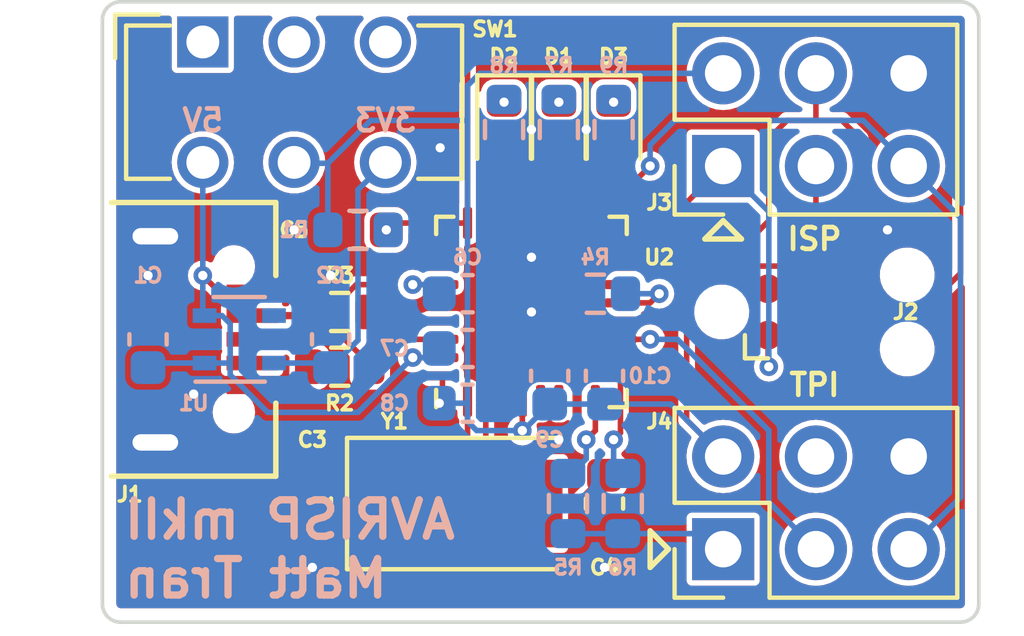
<source format=kicad_pcb>
(kicad_pcb (version 20221018) (generator pcbnew)
  (layers (0 "F.Cu" signal) (31 "B.Cu" signal) (34 "B.Paste" user) (35 "F.Paste" user) (36 "B.SilkS" user "B.Silkscreen") (37 "F.SilkS" user "F.Silkscreen") (38 "B.Mask" user) (39 "F.Mask" user) (44 "Edge.Cuts" user))
  (net 0 "")
  (net 1 "GND")
  (net 2 "+5V")
  (net 3 "+3V3")
  (net 4 "/XTAL1")
  (net 5 "/XTAL2")
  (net 6 "/IF_RST")
  (net 7 "Net-(C6-Pad2)")
  (net 8 "VCC")
  (net 9 "Net-(D1-Pad1)")
  (net 10 "/LED1")
  (net 11 "Net-(D2-Pad1)")
  (net 12 "/LED2")
  (net 13 "Net-(D3-Pad1)")
  (net 14 "/LED3")
  (net 15 "/D-")
  (net 16 "/D+")
  (net 18 "/MISO")
  (net 19 "/SCK")
  (net 20 "/MOSI")
  (net 21 "/T_RST")
  (net 22 "/TPI_DATA")
  (net 23 "/TPI_CLK")
  (net 25 "Net-(R2-Pad2)")
  (net 26 "Net-(R3-Pad2)")
  (net 27 "Net-(R4-Pad1)")
  (net 28 "Net-(R5-Pad1)")
  (net 29 "Net-(R6-Pad1)")
  (footprint "LED_SMD:LED_0603_1608Metric" (layer "F.Cu") (at 152.25 95 -90)
    (fp_text reference "D3" (at -2 0 180) (layer "F.SilkS") (effects (font (size 0.4 0.4) (thickness 0.1))))
    (fp_text value "LED3")
    (fp_line (start -1.485 -0.735) (end -1.485 0.735) (stroke (width 0.12)) (layer "F.SilkS"))
    (fp_line (start -1.485 0.735) (end 0.8 0.735) (stroke (width 0.12)) (layer "F.SilkS"))
    (fp_line (start 0.8 -0.735) (end -1.485 -0.735) (stroke (width 0.12)) (layer "F.SilkS"))
    (pad "1" smd roundrect (at -0.7875 0 270) (size 0.875 0.95) (layers "F.Cu" "F.Paste" "F.Mask") (net 13 "Net-(D3-Pad1)"))
    (pad "2" smd roundrect (at 0.7875 0 270) (size 0.875 0.95) (layers "F.Cu" "F.Paste" "F.Mask") (net 14 "/LED3"))
  )
  (footprint "Connector_PinHeader_2.54mm:PinHeader_2x03_P2.54mm_Vertical" (layer "F.Cu") (at 155.25 96 90)
    (fp_text reference "J3" (at -1 -1.75 180) (layer "F.SilkS") (effects (font (size 0.4 0.4) (thickness 0.1))))
    (fp_text value "T_ISP")
    (fp_line (start -1.33 -1.33) (end 0 -1.33) (stroke (width 0.12)) (layer "F.SilkS"))
    (fp_line (start -1.33 0) (end -1.33 -1.33) (stroke (width 0.12)) (layer "F.SilkS"))
    (fp_line (start -1.33 1.27) (end -1.33 6.41) (stroke (width 0.12)) (layer "F.SilkS"))
    (fp_line (start -1.33 1.27) (end 1.27 1.27) (stroke (width 0.12)) (layer "F.SilkS"))
    (fp_line (start -1.33 6.41) (end 3.87 6.41) (stroke (width 0.12)) (layer "F.SilkS"))
    (fp_line (start 1.27 -1.33) (end 3.87 -1.33) (stroke (width 0.12)) (layer "F.SilkS"))
    (fp_line (start 1.27 1.27) (end 1.27 -1.33) (stroke (width 0.12)) (layer "F.SilkS"))
    (fp_line (start 3.87 -1.33) (end 3.87 6.41) (stroke (width 0.12)) (layer "F.SilkS"))
    (pad "1" thru_hole rect (at 0 0 90) (size 1.7 1.7) (drill 1) (layers "*.Cu" "*.Mask") (net 18 "/MISO"))
    (pad "2" thru_hole oval (at 2.54 0 90) (size 1.7 1.7) (drill 1) (layers "*.Cu" "*.Mask") (net 8 "VCC"))
    (pad "3" thru_hole oval (at 0 2.54 90) (size 1.7 1.7) (drill 1) (layers "*.Cu" "*.Mask") (net 19 "/SCK"))
    (pad "4" thru_hole oval (at 2.54 2.54 90) (size 1.7 1.7) (drill 1) (layers "*.Cu" "*.Mask") (net 20 "/MOSI"))
    (pad "5" thru_hole oval (at 0 5.08 90) (size 1.7 1.7) (drill 1) (layers "*.Cu" "*.Mask") (net 21 "/T_RST"))
    (pad "6" thru_hole oval (at 2.54 5.08 90) (size 1.7 1.7) (drill 1) (layers "*.Cu" "*.Mask") (net 1 "GND"))
  )
  (footprint "extraparts:USB_Micro-B_U254-05" (layer "F.Cu") (at 138.25 100.75 -90)
    (fp_text reference "J1" (at 4.25 -0.75 180) (layer "F.SilkS") (effects (font (size 0.4 0.4) (thickness 0.1))))
    (fp_text value "USB_B_Micro")
    (fp_line (start -3.75 -4.75) (end -3.75 -0.25) (stroke (width 0.15)) (layer "F.SilkS"))
    (fp_line (start -1.75 -4.75) (end -3.75 -4.75) (stroke (width 0.15)) (layer "F.SilkS"))
    (fp_line (start 1.75 -4.75) (end 3.75 -4.75) (stroke (width 0.15)) (layer "F.SilkS"))
    (fp_line (start 3.75 -4.75) (end 3.75 -0.25) (stroke (width 0.15)) (layer "F.SilkS"))
    (pad "" np_thru_hole circle (at -2 -3.6 270) (size 0.65 0.65) (drill 0.65) (layers "*.Cu" "*.Mask"))
    (pad "" np_thru_hole circle (at 2 -3.6 270) (size 0.65 0.65) (drill 0.65) (layers "*.Cu" "*.Mask"))
    (pad "1" smd rect (at -1.3 -4.1 270) (size 0.4 1.4) (layers "F.Cu" "F.Paste" "F.Mask") (net 2 "+5V"))
    (pad "2" smd rect (at -0.65 -4.1 270) (size 0.4 1.4) (layers "F.Cu" "F.Paste" "F.Mask") (net 15 "/D-"))
    (pad "3" smd rect (at 0 -4.1 270) (size 0.4 1.4) (layers "F.Cu" "F.Paste" "F.Mask") (net 16 "/D+"))
    (pad "4" smd rect (at 0.65 -4.1 270) (size 0.4 1.4) (layers "F.Cu" "F.Paste" "F.Mask"))
    (pad "5" smd rect (at 1.3 -4.1 270) (size 0.4 1.4) (layers "F.Cu" "F.Paste" "F.Mask") (net 1 "GND"))
    (pad "6" smd rect (at -3.1 -3.95 270) (size 1 1) (layers "F.Cu" "F.Paste" "F.Mask") (net 1 "GND"))
    (pad "6" thru_hole oval (at -2.825 -1.45 270) (size 1.05 1.85) (drill oval 0.45 1.25) (layers "*.Cu" "*.Mask") (net 1 "GND"))
    (pad "6" thru_hole oval (at 2.825 -1.45 270) (size 1.05 1.85) (drill oval 0.45 1.25) (layers "*.Cu" "*.Mask") (net 1 "GND"))
    (pad "6" smd rect (at 3.1 -3.95 270) (size 1 1) (layers "F.Cu" "F.Paste" "F.Mask") (net 1 "GND"))
  )
  (footprint "Package_DFN_QFN:QFN-32-1EP_5x5mm_P0.5mm_EP3.1x3.1mm" (layer "F.Cu") (at 150 100 90)
    (fp_text reference "U2" (at 1.5 3.5 180) (layer "F.SilkS") (effects (font (size 0.4 0.4) (thickness 0.1))))
    (fp_text value "ATmega16U2-M")
    (fp_line (start -2.61 2.61) (end -2.61 2.135) (stroke (width 0.12)) (layer "F.SilkS"))
    (fp_line (start -2.135 -2.61) (end -2.61 -2.61) (stroke (width 0.12)) (layer "F.SilkS"))
    (fp_line (start -2.135 2.61) (end -2.61 2.61) (stroke (width 0.12)) (layer "F.SilkS"))
    (fp_line (start 2.135 -2.61) (end 2.61 -2.61) (stroke (width 0.12)) (layer "F.SilkS"))
    (fp_line (start 2.135 2.61) (end 2.61 2.61) (stroke (width 0.12)) (layer "F.SilkS"))
    (fp_line (start 2.61 -2.61) (end 2.61 -2.135) (stroke (width 0.12)) (layer "F.SilkS"))
    (fp_line (start 2.61 2.61) (end 2.61 2.135) (stroke (width 0.12)) (layer "F.SilkS"))
    (pad "1" smd roundrect (at -2.4375 -1.75 90) (size 0.875 0.25) (layers "F.Cu" "F.Paste" "F.Mask") (net 4 "/XTAL1"))
    (pad "2" smd roundrect (at -2.4375 -1.25 90) (size 0.875 0.25) (layers "F.Cu" "F.Paste" "F.Mask") (net 5 "/XTAL2"))
    (pad "3" smd roundrect (at -2.4375 -0.75 90) (size 0.875 0.25) (layers "F.Cu" "F.Paste" "F.Mask") (net 1 "GND"))
    (pad "4" smd roundrect (at -2.4375 -0.25 90) (size 0.875 0.25) (layers "F.Cu" "F.Paste" "F.Mask") (net 8 "VCC"))
    (pad "5" smd roundrect (at -2.4375 0.25 90) (size 0.875 0.25) (layers "F.Cu" "F.Paste" "F.Mask"))
    (pad "6" smd roundrect (at -2.4375 0.75 90) (size 0.875 0.25) (layers "F.Cu" "F.Paste" "F.Mask"))
    (pad "7" smd roundrect (at -2.4375 1.25 90) (size 0.875 0.25) (layers "F.Cu" "F.Paste" "F.Mask"))
    (pad "8" smd roundrect (at -2.4375 1.75 90) (size 0.875 0.25) (layers "F.Cu" "F.Paste" "F.Mask") (net 28 "Net-(R5-Pad1)"))
    (pad "9" smd roundrect (at -1.75 2.4375 90) (size 0.25 0.875) (layers "F.Cu" "F.Paste" "F.Mask") (net 29 "Net-(R6-Pad1)"))
    (pad "10" smd roundrect (at -1.25 2.4375 90) (size 0.25 0.875) (layers "F.Cu" "F.Paste" "F.Mask"))
    (pad "11" smd roundrect (at -0.75 2.4375 90) (size 0.25 0.875) (layers "F.Cu" "F.Paste" "F.Mask") (net 23 "/TPI_CLK"))
    (pad "12" smd roundrect (at -0.25 2.4375 90) (size 0.25 0.875) (layers "F.Cu" "F.Paste" "F.Mask"))
    (pad "13" smd roundrect (at 0.25 2.4375 90) (size 0.25 0.875) (layers "F.Cu" "F.Paste" "F.Mask") (net 27 "Net-(R4-Pad1)"))
    (pad "14" smd roundrect (at 0.75 2.4375 90) (size 0.25 0.875) (layers "F.Cu" "F.Paste" "F.Mask"))
    (pad "15" smd roundrect (at 1.25 2.4375 90) (size 0.25 0.875) (layers "F.Cu" "F.Paste" "F.Mask") (net 19 "/SCK"))
    (pad "16" smd roundrect (at 1.75 2.4375 90) (size 0.25 0.875) (layers "F.Cu" "F.Paste" "F.Mask") (net 20 "/MOSI"))
    (pad "17" smd roundrect (at 2.4375 1.75 90) (size 0.875 0.25) (layers "F.Cu" "F.Paste" "F.Mask") (net 18 "/MISO"))
    (pad "18" smd roundrect (at 2.4375 1.25 90) (size 0.875 0.25) (layers "F.Cu" "F.Paste" "F.Mask") (net 21 "/T_RST"))
    (pad "19" smd roundrect (at 2.4375 0.75 90) (size 0.875 0.25) (layers "F.Cu" "F.Paste" "F.Mask") (net 14 "/LED3"))
    (pad "20" smd roundrect (at 2.4375 0.25 90) (size 0.875 0.25) (layers "F.Cu" "F.Paste" "F.Mask") (net 10 "/LED1"))
    (pad "21" smd roundrect (at 2.4375 -0.25 90) (size 0.875 0.25) (layers "F.Cu" "F.Paste" "F.Mask") (net 12 "/LED2"))
    (pad "22" smd roundrect (at 2.4375 -0.75 90) (size 0.875 0.25) (layers "F.Cu" "F.Paste" "F.Mask"))
    (pad "23" smd roundrect (at 2.4375 -1.25 90) (size 0.875 0.25) (layers "F.Cu" "F.Paste" "F.Mask"))
    (pad "24" smd roundrect (at 2.4375 -1.75 90) (size 0.875 0.25) (layers "F.Cu" "F.Paste" "F.Mask") (net 6 "/IF_RST"))
    (pad "25" smd roundrect (at 1.75 -2.4375 90) (size 0.25 0.875) (layers "F.Cu" "F.Paste" "F.Mask"))
    (pad "26" smd roundrect (at 1.25 -2.4375 90) (size 0.25 0.875) (layers "F.Cu" "F.Paste" "F.Mask"))
    (pad "27" smd roundrect (at 0.75 -2.4375 90) (size 0.25 0.875) (layers "F.Cu" "F.Paste" "F.Mask") (net 7 "Net-(C6-Pad2)"))
    (pad "28" smd roundrect (at 0.25 -2.4375 90) (size 0.25 0.875) (layers "F.Cu" "F.Paste" "F.Mask") (net 1 "GND"))
    (pad "29" smd roundrect (at -0.25 -2.4375 90) (size 0.25 0.875) (layers "F.Cu" "F.Paste" "F.Mask") (net 25 "Net-(R2-Pad2)"))
    (pad "30" smd roundrect (at -0.75 -2.4375 90) (size 0.25 0.875) (layers "F.Cu" "F.Paste" "F.Mask") (net 26 "Net-(R3-Pad2)"))
    (pad "31" smd roundrect (at -1.25 -2.4375 90) (size 0.25 0.875) (layers "F.Cu" "F.Paste" "F.Mask") (net 2 "+5V"))
    (pad "32" smd roundrect (at -1.75 -2.4375 90) (size 0.25 0.875) (layers "F.Cu" "F.Paste" "F.Mask") (net 8 "VCC"))
    (pad "33" smd rect (at 0 0 90) (size 3.1 3.1) (layers "F.Cu" "F.Mask") (net 1 "GND"))
  )
  (footprint "Connector:Tag-Connect_TC2030-IDC-NL_2x03_P1.27mm_Vertical" (layer "F.Cu") (at 157.75 100)
    (fp_text reference "J2" (at 2.5 0) (layer "F.SilkS") (effects (font (size 0.4 0.4) (thickness 0.1))))
    (fp_text value "IF_ISP")
    (fp_line (start -1.905 1.27) (end -1.905 0.635) (stroke (width 0.12)) (layer "F.SilkS"))
    (fp_line (start -1.27 1.27) (end -1.905 1.27) (stroke (width 0.12)) (layer "F.SilkS"))
    (pad "" np_thru_hole circle (at -2.54 0) (size 0.9906 0.9906) (drill 0.9906) (layers "*.Cu" "*.Mask"))
    (pad "" np_thru_hole circle (at 2.54 -1.016) (size 0.9906 0.9906) (drill 0.9906) (layers "*.Cu" "*.Mask"))
    (pad "" np_thru_hole circle (at 2.54 1.016) (size 0.9906 0.9906) (drill 0.9906) (layers "*.Cu" "*.Mask"))
    (pad "1" connect circle (at -1.27 0.635) (size 0.7874 0.7874) (layers "F.Cu" "F.Mask") (net 18 "/MISO"))
    (pad "2" connect circle (at -1.27 -0.635) (size 0.7874 0.7874) (layers "F.Cu" "F.Mask") (net 8 "VCC"))
    (pad "3" connect circle (at 0 0.635) (size 0.7874 0.7874) (layers "F.Cu" "F.Mask") (net 19 "/SCK"))
    (pad "4" connect circle (at 0 -0.635) (size 0.7874 0.7874) (layers "F.Cu" "F.Mask") (net 20 "/MOSI"))
    (pad "5" connect circle (at 1.27 0.635) (size 0.7874 0.7874) (layers "F.Cu" "F.Mask") (net 6 "/IF_RST"))
    (pad "6" connect circle (at 1.27 -0.635) (size 0.7874 0.7874) (layers "F.Cu" "F.Mask") (net 1 "GND"))
  )
  (footprint "Capacitor_SMD:C_0603_1608Metric" (layer "F.Cu") (at 144 105.25 90)
    (fp_text reference "C3" (at 1.75 0 180) (layer "F.SilkS") (effects (font (size 0.4 0.4) (thickness 0.1))))
    (fp_text value "20p")
    (fp_line (start -0.14058 -0.51) (end 0.14058 -0.51) (stroke (width 0.12)) (layer "F.SilkS"))
    (fp_line (start -0.14058 0.51) (end 0.14058 0.51) (stroke (width 0.12)) (layer "F.SilkS"))
    (pad "1" smd roundrect (at -0.775 0 90) (size 0.9 0.95) (layers "F.Cu" "F.Paste" "F.Mask") (net 1 "GND"))
    (pad "2" smd roundrect (at 0.775 0 90) (size 0.9 0.95) (layers "F.Cu" "F.Paste" "F.Mask") (net 4 "/XTAL1"))
  )
  (footprint "Connector_PinHeader_2.54mm:PinHeader_2x03_P2.54mm_Vertical" (layer "F.Cu") (at 155.25 106.5 90)
    (fp_text reference "J4" (at 3.5 -1.75 180) (layer "F.SilkS") (effects (font (size 0.4 0.4) (thickness 0.1))))
    (fp_text value "T_TPI")
    (fp_line (start -1.33 -1.33) (end 0 -1.33) (stroke (width 0.12)) (layer "F.SilkS"))
    (fp_line (start -1.33 0) (end -1.33 -1.33) (stroke (width 0.12)) (layer "F.SilkS"))
    (fp_line (start -1.33 1.27) (end -1.33 6.41) (stroke (width 0.12)) (layer "F.SilkS"))
    (fp_line (start -1.33 1.27) (end 1.27 1.27) (stroke (width 0.12)) (layer "F.SilkS"))
    (fp_line (start -1.33 6.41) (end 3.87 6.41) (stroke (width 0.12)) (layer "F.SilkS"))
    (fp_line (start 1.27 -1.33) (end 3.87 -1.33) (stroke (width 0.12)) (layer "F.SilkS"))
    (fp_line (start 1.27 1.27) (end 1.27 -1.33) (stroke (width 0.12)) (layer "F.SilkS"))
    (fp_line (start 3.87 -1.33) (end 3.87 6.41) (stroke (width 0.12)) (layer "F.SilkS"))
    (pad "1" thru_hole rect (at 0 0 90) (size 1.7 1.7) (drill 1) (layers "*.Cu" "*.Mask") (net 22 "/TPI_DATA"))
    (pad "2" thru_hole oval (at 2.54 0 90) (size 1.7 1.7) (drill 1) (layers "*.Cu" "*.Mask") (net 8 "VCC"))
    (pad "3" thru_hole oval (at 0 2.54 90) (size 1.7 1.7) (drill 1) (layers "*.Cu" "*.Mask") (net 23 "/TPI_CLK"))
    (pad "4" thru_hole oval (at 2.54 2.54 90) (size 1.7 1.7) (drill 1) (layers "*.Cu" "*.Mask"))
    (pad "5" thru_hole oval (at 0 5.08 90) (size 1.7 1.7) (drill 1) (layers "*.Cu" "*.Mask") (net 21 "/T_RST"))
    (pad "6" thru_hole oval (at 2.54 5.08 90) (size 1.7 1.7) (drill 1) (layers "*.Cu" "*.Mask") (net 1 "GND"))
  )
  (footprint "Resistor_SMD:R_0603_1608Metric" (layer "F.Cu") (at 144.75 101.5)
    (fp_text reference "R2" (at 0 1) (layer "F.SilkS") (effects (font (size 0.4 0.4) (thickness 0.1))))
    (fp_text value "22")
    (fp_line (start -0.237258 -0.5225) (end 0.237258 -0.5225) (stroke (width 0.12)) (layer "F.SilkS"))
    (fp_line (start -0.237258 0.5225) (end 0.237258 0.5225) (stroke (width 0.12)) (layer "F.SilkS"))
    (pad "1" smd roundrect (at -0.825 0) (size 0.8 0.95) (layers "F.Cu" "F.Paste" "F.Mask") (net 16 "/D+"))
    (pad "2" smd roundrect (at 0.825 0) (size 0.8 0.95) (layers "F.Cu" "F.Paste" "F.Mask") (net 25 "Net-(R2-Pad2)"))
  )
  (footprint "Capacitor_SMD:C_0603_1608Metric" (layer "F.Cu") (at 145.25 97.75)
    (fp_text reference "C5" (at -1.75 0) (layer "F.SilkS") (effects (font (size 0.4 0.4) (thickness 0.1))))
    (fp_text value "100n")
    (fp_line (start -0.14058 -0.51) (end 0.14058 -0.51) (stroke (width 0.12)) (layer "F.SilkS"))
    (fp_line (start -0.14058 0.51) (end 0.14058 0.51) (stroke (width 0.12)) (layer "F.SilkS"))
    (pad "1" smd roundrect (at -0.775 0) (size 0.9 0.95) (layers "F.Cu" "F.Paste" "F.Mask") (net 1 "GND"))
    (pad "2" smd roundrect (at 0.775 0) (size 0.9 0.95) (layers "F.Cu" "F.Paste" "F.Mask") (net 6 "/IF_RST"))
  )
  (footprint "Crystal:Crystal_SMD_5032-2Pin_5.0x3.2mm" (layer "F.Cu") (at 148 105.25)
    (fp_text reference "Y1" (at -1.75 -2.25) (layer "F.SilkS") (effects (font (size 0.4 0.4) (thickness 0.1))))
    (fp_text value "8MHz")
    (fp_line (start -3.05 -1.8) (end -3.05 1.8) (stroke (width 0.12)) (layer "F.SilkS"))
    (fp_line (start -3.05 1.8) (end 2.7 1.8) (stroke (width 0.12)) (layer "F.SilkS"))
    (fp_line (start 2.7 -1.8) (end -3.05 -1.8) (stroke (width 0.12)) (layer "F.SilkS"))
    (pad "1" smd rect (at -1.85 0) (size 2 2.4) (layers "F.Cu" "F.Paste" "F.Mask") (net 4 "/XTAL1"))
    (pad "2" smd rect (at 1.85 0) (size 2 2.4) (layers "F.Cu" "F.Paste" "F.Mask") (net 5 "/XTAL2"))
  )
  (footprint "LED_SMD:LED_0603_1608Metric" (layer "F.Cu") (at 149.25 95 -90)
    (fp_text reference "D2" (at -2 0 180) (layer "F.SilkS") (effects (font (size 0.4 0.4) (thickness 0.1))))
    (fp_text value "LED2")
    (fp_line (start -1.485 -0.735) (end -1.485 0.735) (stroke (width 0.12)) (layer "F.SilkS"))
    (fp_line (start -1.485 0.735) (end 0.8 0.735) (stroke (width 0.12)) (layer "F.SilkS"))
    (fp_line (start 0.8 -0.735) (end -1.485 -0.735) (stroke (width 0.12)) (layer "F.SilkS"))
    (pad "1" smd roundrect (at -0.7875 0 270) (size 0.875 0.95) (layers "F.Cu" "F.Paste" "F.Mask") (net 11 "Net-(D2-Pad1)"))
    (pad "2" smd roundrect (at 0.7875 0 270) (size 0.875 0.95) (layers "F.Cu" "F.Paste" "F.Mask") (net 12 "/LED2"))
  )
  (footprint "LED_SMD:LED_0603_1608Metric" (layer "F.Cu") (at 150.75 95 -90)
    (fp_text reference "D1" (at -2 0 180) (layer "F.SilkS") (effects (font (size 0.4 0.4) (thickness 0.1))))
    (fp_text value "LED1")
    (fp_line (start -1.485 -0.735) (end -1.485 0.735) (stroke (width 0.12)) (layer "F.SilkS"))
    (fp_line (start -1.485 0.735) (end 0.8 0.735) (stroke (width 0.12)) (layer "F.SilkS"))
    (fp_line (start 0.8 -0.735) (end -1.485 -0.735) (stroke (width 0.12)) (layer "F.SilkS"))
    (pad "1" smd roundrect (at -0.7875 0 270) (size 0.875 0.95) (layers "F.Cu" "F.Paste" "F.Mask") (net 9 "Net-(D1-Pad1)"))
    (pad "2" smd roundrect (at 0.7875 0 270) (size 0.875 0.95) (layers "F.Cu" "F.Paste" "F.Mask") (net 10 "/LED1"))
  )
  (footprint "Capacitor_SMD:C_0603_1608Metric" (layer "F.Cu") (at 152 105.25 -90)
    (fp_text reference "C4" (at 1.75 0 180) (layer "F.SilkS") (effects (font (size 0.4 0.4) (thickness 0.1))))
    (fp_text value "20p")
    (fp_line (start -0.14058 -0.51) (end 0.14058 -0.51) (stroke (width 0.12)) (layer "F.SilkS"))
    (fp_line (start -0.14058 0.51) (end 0.14058 0.51) (stroke (width 0.12)) (layer "F.SilkS"))
    (pad "1" smd roundrect (at -0.775 0 270) (size 0.9 0.95) (layers "F.Cu" "F.Paste" "F.Mask") (net 5 "/XTAL2"))
    (pad "2" smd roundrect (at 0.775 0 270) (size 0.9 0.95) (layers "F.Cu" "F.Paste" "F.Mask") (net 1 "GND"))
  )
  (footprint "Resistor_SMD:R_0603_1608Metric" (layer "F.Cu") (at 144.75 100)
    (fp_text reference "R3" (at 0 -1) (layer "F.SilkS") (effects (font (size 0.4 0.4) (thickness 0.1))))
    (fp_text value "22")
    (fp_line (start -0.237258 -0.5225) (end 0.237258 -0.5225) (stroke (width 0.12)) (layer "F.SilkS"))
    (fp_line (start -0.237258 0.5225) (end 0.237258 0.5225) (stroke (width 0.12)) (layer "F.SilkS"))
    (pad "1" smd roundrect (at -0.825 0) (size 0.8 0.95) (layers "F.Cu" "F.Paste" "F.Mask") (net 15 "/D-"))
    (pad "2" smd roundrect (at 0.825 0) (size 0.8 0.95) (layers "F.Cu" "F.Paste" "F.Mask") (net 26 "Net-(R3-Pad2)"))
  )
  (footprint "Button_Switch_THT:SW_CuK_JS202011CQN_DPDT_Straight" (layer "F.Cu") (at 141 92.6)
    (fp_text reference "SW1" (at 8 -0.35) (layer "F.SilkS") (effects (font (size 0.4 0.4) (thickness 0.1))))
    (fp_text value "VTGT")
    (fp_line (start -2.4 -0.75) (end -2.4 0.45) (stroke (width 0.12)) (layer "F.SilkS"))
    (fp_line (start -2.1 -0.45) (end -2.1 3.75) (stroke (width 0.12)) (layer "F.SilkS"))
    (fp_line (start -2.1 3.75) (end -0.9 3.75) (stroke (width 0.12)) (layer "F.SilkS"))
    (fp_line (start -1.2 -0.75) (end -2.4 -0.75) (stroke (width 0.12)) (layer "F.SilkS"))
    (fp_line (start -0.9 -0.45) (end -2.1 -0.45) (stroke (width 0.12)) (layer "F.SilkS"))
    (fp_line (start 5.9 -0.45) (end 7.1 -0.45) (stroke (width 0.12)) (layer "F.SilkS"))
    (fp_line (start 7.1 -0.45) (end 7.1 3.75) (stroke (width 0.12)) (layer "F.SilkS"))
    (fp_line (start 7.1 3.75) (end 5.9 3.75) (stroke (width 0.12)) (layer "F.SilkS"))
    (pad "1" thru_hole rect (at 0 0) (size 1.4 1.4) (drill 0.9) (layers "*.Cu" "*.Mask"))
    (pad "2" thru_hole circle (at 2.5 0) (size 1.4 1.4) (drill 0.9) (layers "*.Cu" "*.Mask"))
    (pad "3" thru_hole circle (at 5 0) (size 1.4 1.4) (drill 0.9) (layers "*.Cu" "*.Mask"))
    (pad "4" thru_hole circle (at 0 3.3) (size 1.4 1.4) (drill 0.9) (layers "*.Cu" "*.Mask") (net 2 "+5V"))
    (pad "5" thru_hole circle (at 2.5 3.3) (size 1.4 1.4) (drill 0.9) (layers "*.Cu" "*.Mask") (net 8 "VCC"))
    (pad "6" thru_hole circle (at 5 3.3) (size 1.4 1.4) (drill 0.9) (layers "*.Cu" "*.Mask") (net 3 "+3V3"))
  )
  (footprint "Capacitor_SMD:C_0603_1608Metric" (layer "B.Cu") (at 148.25 99.5 180)
    (fp_text reference "C6" (at 0 1) (layer "B.SilkS") (effects (font (size 0.4 0.4) (thickness 0.1)) (justify mirror)))
    (fp_text value "1u")
    (fp_line (start -0.14058 -0.51) (end 0.14058 -0.51) (stroke (width 0.12)) (layer "B.SilkS"))
    (fp_line (start -0.14058 0.51) (end 0.14058 0.51) (stroke (width 0.12)) (layer "B.SilkS"))
    (pad "1" smd roundrect (at -0.775 0 180) (size 0.9 0.95) (layers "B.Cu" "B.Paste" "B.Mask") (net 1 "GND"))
    (pad "2" smd roundrect (at 0.775 0 180) (size 0.9 0.95) (layers "B.Cu" "B.Paste" "B.Mask") (net 7 "Net-(C6-Pad2)"))
  )
  (footprint "Capacitor_SMD:C_0603_1608Metric" (layer "B.Cu") (at 148.25 102.5)
    (fp_text reference "C8" (at -2 0) (layer "B.SilkS") (effects (font (size 0.4 0.4) (thickness 0.1)) (justify mirror)))
    (fp_text value "100n")
    (fp_line (start -0.14058 -0.51) (end 0.14058 -0.51) (stroke (width 0.12)) (layer "B.SilkS"))
    (fp_line (start -0.14058 0.51) (end 0.14058 0.51) (stroke (width 0.12)) (layer "B.SilkS"))
    (pad "1" smd roundrect (at -0.775 0) (size 0.9 0.95) (layers "B.Cu" "B.Paste" "B.Mask") (net 8 "VCC"))
    (pad "2" smd roundrect (at 0.775 0) (size 0.9 0.95) (layers "B.Cu" "B.Paste" "B.Mask") (net 1 "GND"))
  )
  (footprint "Resistor_SMD:R_0603_1608Metric" (layer "B.Cu") (at 152.25 95 -90)
    (fp_text reference "R9" (at -1.75 0 180) (layer "B.SilkS") (effects (font (size 0.4 0.4) (thickness 0.1)) (justify mirror)))
    (fp_text value "220")
    (fp_line (start -0.237258 -0.5225) (end 0.237258 -0.5225) (stroke (width 0.12)) (layer "B.SilkS"))
    (fp_line (start -0.237258 0.5225) (end 0.237258 0.5225) (stroke (width 0.12)) (layer "B.SilkS"))
    (pad "1" smd roundrect (at -0.825 0 270) (size 0.8 0.95) (layers "B.Cu" "B.Paste" "B.Mask") (net 13 "Net-(D3-Pad1)"))
    (pad "2" smd roundrect (at 0.825 0 270) (size 0.8 0.95) (layers "B.Cu" "B.Paste" "B.Mask") (net 1 "GND"))
  )
  (footprint "Resistor_SMD:R_0603_1608Metric" (layer "B.Cu") (at 151 105.25 -90)
    (fp_text reference "R5" (at 1.75 0 180) (layer "B.SilkS") (effects (font (size 0.4 0.4) (thickness 0.1)) (justify mirror)))
    (fp_text value "220")
    (fp_line (start -0.237258 -0.5225) (end 0.237258 -0.5225) (stroke (width 0.12)) (layer "B.SilkS"))
    (fp_line (start -0.237258 0.5225) (end 0.237258 0.5225) (stroke (width 0.12)) (layer "B.SilkS"))
    (pad "1" smd roundrect (at -0.825 0 270) (size 0.8 0.95) (layers "B.Cu" "B.Paste" "B.Mask") (net 28 "Net-(R5-Pad1)"))
    (pad "2" smd roundrect (at 0.825 0 270) (size 0.8 0.95) (layers "B.Cu" "B.Paste" "B.Mask") (net 22 "/TPI_DATA"))
  )
  (footprint "Capacitor_SMD:C_0603_1608Metric" (layer "B.Cu") (at 139.5 100.75 -90)
    (fp_text reference "C1" (at -1.75 0 180) (layer "B.SilkS") (effects (font (size 0.4 0.4) (thickness 0.1)) (justify mirror)))
    (fp_text value "1u")
    (fp_line (start -0.14058 -0.51) (end 0.14058 -0.51) (stroke (width 0.12)) (layer "B.SilkS"))
    (fp_line (start -0.14058 0.51) (end 0.14058 0.51) (stroke (width 0.12)) (layer "B.SilkS"))
    (pad "1" smd roundrect (at -0.775 0 270) (size 0.9 0.95) (layers "B.Cu" "B.Paste" "B.Mask") (net 1 "GND"))
    (pad "2" smd roundrect (at 0.775 0 270) (size 0.9 0.95) (layers "B.Cu" "B.Paste" "B.Mask") (net 2 "+5V"))
  )
  (footprint "Resistor_SMD:R_0603_1608Metric" (layer "B.Cu") (at 149.25 95 -90)
    (fp_text reference "R8" (at -1.75 0 180) (layer "B.SilkS") (effects (font (size 0.4 0.4) (thickness 0.1)) (justify mirror)))
    (fp_text value "220")
    (fp_line (start -0.237258 -0.5225) (end 0.237258 -0.5225) (stroke (width 0.12)) (layer "B.SilkS"))
    (fp_line (start -0.237258 0.5225) (end 0.237258 0.5225) (stroke (width 0.12)) (layer "B.SilkS"))
    (pad "1" smd roundrect (at -0.825 0 270) (size 0.8 0.95) (layers "B.Cu" "B.Paste" "B.Mask") (net 11 "Net-(D2-Pad1)"))
    (pad "2" smd roundrect (at 0.825 0 270) (size 0.8 0.95) (layers "B.Cu" "B.Paste" "B.Mask") (net 1 "GND"))
  )
  (footprint "Capacitor_SMD:C_0603_1608Metric" (layer "B.Cu") (at 144.5 100.75 90)
    (fp_text reference "C2" (at 1.75 0 180) (layer "B.SilkS") (effects (font (size 0.4 0.4) (thickness 0.1)) (justify mirror)))
    (fp_text value "1u")
    (fp_line (start -0.14058 -0.51) (end 0.14058 -0.51) (stroke (width 0.12)) (layer "B.SilkS"))
    (fp_line (start -0.14058 0.51) (end 0.14058 0.51) (stroke (width 0.12)) (layer "B.SilkS"))
    (pad "1" smd roundrect (at -0.775 0 90) (size 0.9 0.95) (layers "B.Cu" "B.Paste" "B.Mask") (net 3 "+3V3"))
    (pad "2" smd roundrect (at 0.775 0 90) (size 0.9 0.95) (layers "B.Cu" "B.Paste" "B.Mask") (net 1 "GND"))
  )
  (footprint "Capacitor_SMD:C_0603_1608Metric" (layer "B.Cu") (at 150.5 101.75 90)
    (fp_text reference "C9" (at -1.75 0 180) (layer "B.SilkS") (effects (font (size 0.4 0.4) (thickness 0.1)) (justify mirror)))
    (fp_text value "100n")
    (fp_line (start -0.14058 -0.51) (end 0.14058 -0.51) (stroke (width 0.12)) (layer "B.SilkS"))
    (fp_line (start -0.14058 0.51) (end 0.14058 0.51) (stroke (width 0.12)) (layer "B.SilkS"))
    (pad "1" smd roundrect (at -0.775 0 90) (size 0.9 0.95) (layers "B.Cu" "B.Paste" "B.Mask") (net 8 "VCC"))
    (pad "2" smd roundrect (at 0.775 0 90) (size 0.9 0.95) (layers "B.Cu" "B.Paste" "B.Mask") (net 1 "GND"))
  )
  (footprint "Resistor_SMD:R_0603_1608Metric" (layer "B.Cu") (at 152.5 105.25 -90)
    (fp_text reference "R6" (at 1.75 0 180) (layer "B.SilkS") (effects (font (size 0.4 0.4) (thickness 0.1)) (justify mirror)))
    (fp_text value "220")
    (fp_line (start -0.237258 -0.5225) (end 0.237258 -0.5225) (stroke (width 0.12)) (layer "B.SilkS"))
    (fp_line (start -0.237258 0.5225) (end 0.237258 0.5225) (stroke (width 0.12)) (layer "B.SilkS"))
    (pad "1" smd roundrect (at -0.825 0 270) (size 0.8 0.95) (layers "B.Cu" "B.Paste" "B.Mask") (net 29 "Net-(R6-Pad1)"))
    (pad "2" smd roundrect (at 0.825 0 270) (size 0.8 0.95) (layers "B.Cu" "B.Paste" "B.Mask") (net 22 "/TPI_DATA"))
  )
  (footprint "Resistor_SMD:R_0603_1608Metric" (layer "B.Cu") (at 150.75 95 -90)
    (fp_text reference "R7" (at -1.75 0 180) (layer "B.SilkS") (effects (font (size 0.4 0.4) (thickness 0.1)) (justify mirror)))
    (fp_text value "220")
    (fp_line (start -0.237258 -0.5225) (end 0.237258 -0.5225) (stroke (width 0.12)) (layer "B.SilkS"))
    (fp_line (start -0.237258 0.5225) (end 0.237258 0.5225) (stroke (width 0.12)) (layer "B.SilkS"))
    (pad "1" smd roundrect (at -0.825 0 270) (size 0.8 0.95) (layers "B.Cu" "B.Paste" "B.Mask") (net 9 "Net-(D1-Pad1)"))
    (pad "2" smd roundrect (at 0.825 0 270) (size 0.8 0.95) (layers "B.Cu" "B.Paste" "B.Mask") (net 1 "GND"))
  )
  (footprint "Capacitor_SMD:C_0603_1608Metric" (layer "B.Cu") (at 148.25 101 180)
    (fp_text reference "C7" (at 2 0) (layer "B.SilkS") (effects (font (size 0.4 0.4) (thickness 0.1)) (justify mirror)))
    (fp_text value "100n")
    (fp_line (start -0.14058 -0.51) (end 0.14058 -0.51) (stroke (width 0.12)) (layer "B.SilkS"))
    (fp_line (start -0.14058 0.51) (end 0.14058 0.51) (stroke (width 0.12)) (layer "B.SilkS"))
    (pad "1" smd roundrect (at -0.775 0 180) (size 0.9 0.95) (layers "B.Cu" "B.Paste" "B.Mask") (net 1 "GND"))
    (pad "2" smd roundrect (at 0.775 0 180) (size 0.9 0.95) (layers "B.Cu" "B.Paste" "B.Mask") (net 2 "+5V"))
  )
  (footprint "Capacitor_SMD:C_0603_1608Metric" (layer "B.Cu") (at 152 101.75 90)
    (fp_text reference "C10" (at 0 1.25 180) (layer "B.SilkS") (effects (font (size 0.4 0.4) (thickness 0.1)) (justify mirror)))
    (fp_text value "1u")
    (fp_line (start -0.14058 -0.51) (end 0.14058 -0.51) (stroke (width 0.12)) (layer "B.SilkS"))
    (fp_line (start -0.14058 0.51) (end 0.14058 0.51) (stroke (width 0.12)) (layer "B.SilkS"))
    (pad "1" smd roundrect (at -0.775 0 90) (size 0.9 0.95) (layers "B.Cu" "B.Paste" "B.Mask") (net 8 "VCC"))
    (pad "2" smd roundrect (at 0.775 0 90) (size 0.9 0.95) (layers "B.Cu" "B.Paste" "B.Mask") (net 1 "GND"))
  )
  (footprint "Package_TO_SOT_SMD:SOT-353_SC-70-5" (layer "B.Cu") (at 142 100.75)
    (fp_text reference "U1" (at -1.25 1.75) (layer "B.SilkS") (effects (font (size 0.4 0.4) (thickness 0.1)) (justify mirror)))
    (fp_text value "MIC5365-3.3YC5")
    (fp_line (start -0.7 -1.16) (end 0.7 -1.16) (stroke (width 0.12)) (layer "B.SilkS"))
    (fp_line (start 0.7 1.16) (end -1.2 1.16) (stroke (width 0.12)) (layer "B.SilkS"))
    (pad "1" smd rect (at -0.95 0.65) (size 0.65 0.4) (layers "B.Cu" "B.Paste" "B.Mask") (net 2 "+5V"))
    (pad "2" smd rect (at -0.95 0) (size 0.65 0.4) (layers "B.Cu" "B.Paste" "B.Mask") (net 1 "GND"))
    (pad "3" smd rect (at -0.95 -0.65) (size 0.65 0.4) (layers "B.Cu" "B.Paste" "B.Mask") (net 2 "+5V"))
    (pad "4" smd rect (at 0.95 -0.65) (size 0.65 0.4) (layers "B.Cu" "B.Paste" "B.Mask"))
    (pad "5" smd rect (at 0.95 0.65) (size 0.65 0.4) (layers "B.Cu" "B.Paste" "B.Mask") (net 3 "+3V3"))
  )
  (footprint "Resistor_SMD:R_0603_1608Metric" (layer "B.Cu") (at 145.25 97.75)
    (fp_text reference "R1" (at -1.75 0) (layer "B.SilkS") (effects (font (size 0.4 0.4) (thickness 0.1)) (justify mirror)))
    (fp_text value "10k")
    (fp_line (start -0.237258 -0.5225) (end 0.237258 -0.5225) (stroke (width 0.12)) (layer "B.SilkS"))
    (fp_line (start -0.237258 0.5225) (end 0.237258 0.5225) (stroke (width 0.12)) (layer "B.SilkS"))
    (pad "1" smd roundrect (at -0.825 0) (size 0.8 0.95) (layers "B.Cu" "B.Paste" "B.Mask") (net 8 "VCC"))
    (pad "2" smd roundrect (at 0.825 0) (size 0.8 0.95) (layers "B.Cu" "B.Paste" "B.Mask") (net 6 "/IF_RST"))
  )
  (footprint "Resistor_SMD:R_0603_1608Metric" (layer "B.Cu") (at 151.75 99.5 180)
    (fp_text reference "R4" (at 0 1) (layer "B.SilkS") (effects (font (size 0.4 0.4) (thickness 0.1)) (justify mirror)))
    (fp_text value "10k")
    (fp_line (start -0.237258 -0.5225) (end 0.237258 -0.5225) (stroke (width 0.12)) (layer "B.SilkS"))
    (fp_line (start -0.237258 0.5225) (end 0.237258 0.5225) (stroke (width 0.12)) (layer "B.SilkS"))
    (pad "1" smd roundrect (at -0.825 0 180) (size 0.8 0.95) (layers "B.Cu" "B.Paste" "B.Mask") (net 27 "Net-(R4-Pad1)"))
    (pad "2" smd roundrect (at 0.825 0 180) (size 0.8 0.95) (layers "B.Cu" "B.Paste" "B.Mask") (net 1 "GND"))
  )
  (gr_line (start 153.75 106.5) (end 153.25 106) (stroke (width 0.15)) (layer "F.SilkS"))
  (gr_line (start 155.75 98) (end 155.25 97.5) (stroke (width 0.15)) (layer "F.SilkS"))
  (gr_line (start 153.25 106) (end 153.25 107) (stroke (width 0.15)) (layer "F.SilkS"))
  (gr_line (start 154.75 98) (end 155.75 98) (stroke (width 0.15)) (layer "F.SilkS"))
  (gr_line (start 155.25 97.5) (end 154.75 98) (stroke (width 0.15)) (layer "F.SilkS"))
  (gr_line (start 153.25 107) (end 153.75 106.5) (stroke (width 0.15)) (layer "F.SilkS"))
  (gr_line (start 138.75 91.5) (end 161.75 91.5) (stroke (width 0.1)) (layer "Edge.Cuts"))
  (gr_arc (start 138.25 92) (mid 138.396447 91.646447) (end 138.75 91.5) (stroke (width 0.1)) (layer "Edge.Cuts"))
  (gr_arc (start 162.25 108) (mid 162.103553 108.353553) (end 161.75 108.5) (stroke (width 0.1)) (layer "Edge.Cuts"))
  (gr_line (start 162.25 92) (end 162.25 108) (stroke (width 0.1)) (layer "Edge.Cuts"))
  (gr_line (start 161.75 108.5) (end 138.75 108.5) (stroke (width 0.1)) (layer "Edge.Cuts"))
  (gr_arc (start 138.75 108.5) (mid 138.396447 108.353553) (end 138.25 108) (stroke (width 0.1)) (layer "Edge.Cuts"))
  (gr_line (start 138.25 108) (end 138.25 92) (stroke (width 0.1)) (layer "Edge.Cuts"))
  (gr_arc (start 161.75 91.5) (mid 162.103553 91.646447) (end 162.25 92) (stroke (width 0.1)) (layer "Edge.Cuts"))
  (gr_text "3V3" (at 146 94.75) (layer "B.SilkS") (effects (font (size 0.6 0.6) (thickness 0.127)) (justify mirror)))
  (gr_text "AVRISP mkII\nMatt Tran" (at 138.75 106.5) (layer "B.SilkS") (effects (font (size 1 1) (thickness 0.2)) (justify right mirror)))
  (gr_text "5V" (at 141 94.75) (layer "B.SilkS") (effects (font (size 0.6 0.6) (thickness 0.127)) (justify mirror)))
  (gr_text "ISP" (at 157.75 98) (layer "F.SilkS") (effects (font (size 0.6 0.6) (thickness 0.127))))
  (gr_text "TPI" (at 157.75 102) (layer "F.SilkS") (effects (font (size 0.6 0.6) (thickness 0.127))))
  (via (at 150.75 103.5) (size 0.508) (drill 0.254) (layers "F.Cu" "B.Cu") (net 1))
  (via (at 143.5 97.75) (size 0.508) (drill 0.254) (layers "F.Cu" "B.Cu") (net 1))
  (via (at 144.5 99) (size 0.508) (drill 0.254) (layers "F.Cu" "B.Cu") (net 1))
  (via (at 152 107) (size 0.508) (drill 0.254) (layers "F.Cu" "B.Cu") (net 1))
  (via (at 144 107) (size 0.508) (drill 0.254) (layers "F.Cu" "B.Cu") (net 1))
  (via (at 150 100) (size 0.508) (drill 0.254) (layers "F.Cu" "B.Cu") (net 1))
  (via (at 150 95) (size 0.508) (drill 0.254) (layers "F.Cu" "B.Cu") (net 1))
  (via (at 147.5 95.5) (size 0.508) (drill 0.254) (layers "F.Cu" "B.Cu") (net 1))
  (via (at 139.5 99) (size 0.508) (drill 0.254) (layers "F.Cu" "B.Cu") (net 1))
  (via (at 150 98.5) (size 0.508) (drill 0.254) (layers "F.Cu" "B.Cu") (net 1))
  (via (at 159.75 97.75) (size 0.508) (drill 0.254) (layers "F.Cu" "B.Cu") (net 1))
  (via (at 140.75 102.25) (size 0.508) (drill 0.254) (layers "F.Cu" "B.Cu") (net 1))
  (via (at 151.5 95) (size 0.508) (drill 0.254) (layers "F.Cu" "B.Cu") (net 1))
  (segment (start 141.45 99.45) (end 141 99) (width 0.1524) (layer "F.Cu") (net 2))
  (segment (start 142.35 99.45) (end 141.45 99.45) (width 0.1524) (layer "F.Cu") (net 2))
  (segment (start 147.5625 101.25) (end 146.75 101.25) (width 0.1524) (layer "F.Cu") (net 2))
  (via (at 146.75 101.25) (size 0.508) (drill 0.254) (layers "F.Cu" "B.Cu") (net 2))
  (via (at 141 99) (size 0.508) (drill 0.254) (layers "F.Cu" "B.Cu") (net 2))
  (segment (start 141.5274 100.1) (end 141.05 100.1) (width 0.1524) (layer "B.Cu") (net 2))
  (segment (start 141 99) (end 141 100.05) (width 0.1524) (layer "B.Cu") (net 2))
  (segment (start 141.75 100.3226) (end 141.5274 100.1) (width 0.1524) (layer "B.Cu") (net 2))
  (segment (start 142.775916 102.75) (end 141.75 101.724084) (width 0.1524) (layer "B.Cu") (net 2))
  (segment (start 147.225 101.25) (end 147.475 101) (width 0.1524) (layer "B.Cu") (net 2))
  (segment (start 141.05 101.4) (end 141.75 101.4) (width 0.1524) (layer "B.Cu") (net 2))
  (segment (start 141 100.05) (end 141.05 100.1) (width 0.1524) (layer "B.Cu") (net 2))
  (segment (start 141 95.9) (end 141 99) (width 0.1524) (layer "B.Cu") (net 2))
  (segment (start 141.75 101.724084) (end 141.75 101.4) (width 0.1524) (layer "B.Cu") (net 2))
  (segment (start 139.625 101.4) (end 139.5 101.525) (width 0.1524) (layer "B.Cu") (net 2))
  (segment (start 141.75 101.4) (end 141.75 100.3226) (width 0.1524) (layer "B.Cu") (net 2))
  (segment (start 146.75 101.25) (end 145.25 102.75) (width 0.1524) (layer "B.Cu") (net 2))
  (segment (start 146.75 101.25) (end 147.225 101.25) (width 0.1524) (layer "B.Cu") (net 2))
  (segment (start 145.25 102.75) (end 142.775916 102.75) (width 0.1524) (layer "B.Cu") (net 2))
  (segment (start 141.05 101.4) (end 139.625 101.4) (width 0.1524) (layer "B.Cu") (net 2))
  (segment (start 144.5 101.525) (end 145.25 100.775) (width 0.1524) (layer "B.Cu") (net 3))
  (segment (start 145.25 100.775) (end 145.25 96.65) (width 0.1524) (layer "B.Cu") (net 3))
  (segment (start 144.375 101.4) (end 144.5 101.525) (width 0.1524) (layer "B.Cu") (net 3))
  (segment (start 142.95 101.4) (end 144.375 101.4) (width 0.1524) (layer "B.Cu") (net 3))
  (segment (start 145.25 96.65) (end 146 95.9) (width 0.1524) (layer "B.Cu") (net 3))
  (segment (start 144 104.475) (end 144.775 105.25) (width 0.1524) (layer "F.Cu") (net 4))
  (segment (start 147.5 105.25) (end 146.15 105.25) (width 0.1524) (layer "F.Cu") (net 4))
  (segment (start 144.775 105.25) (end 146.15 105.25) (width 0.1524) (layer "F.Cu") (net 4))
  (segment (start 148.25 102.4375) (end 148.25 104.5) (width 0.1524) (layer "F.Cu") (net 4))
  (segment (start 148.25 104.5) (end 147.5 105.25) (width 0.1524) (layer "F.Cu") (net 4))
  (segment (start 152 104.475) (end 151.225 105.25) (width 0.1524) (layer "F.Cu") (net 5))
  (segment (start 151.225 105.25) (end 149.85 105.25) (width 0.1524) (layer "F.Cu") (net 5))
  (segment (start 149.85 105.05) (end 149.85 105.25) (width 0.1524) (layer "F.Cu") (net 5))
  (segment (start 148.75 102.4375) (end 148.75 103.95) (width 0.1524) (layer "F.Cu") (net 5))
  (segment (start 148.75 103.95) (end 149.85 105.05) (width 0.1524) (layer "F.Cu") (net 5))
  (segment (start 146.2125 97.5625) (end 146.025 97.75) (width 0.1524) (layer "F.Cu") (net 6))
  (segment (start 148.25 93) (end 149.25 92) (width 0.1524) (layer "F.Cu") (net 6))
  (segment (start 148.25 97.5625) (end 146.2125 97.5625) (width 0.1524) (layer "F.Cu") (net 6))
  (segment (start 148.25 97.5625) (end 148.25 93) (width 0.1524) (layer "F.Cu") (net 6))
  (segment (start 161.75 98.9375) (end 160.6875 100) (width 0.1524) (layer "F.Cu") (net 6))
  (segment (start 160.75 92) (end 161.75 93) (width 0.1524) (layer "F.Cu") (net 6))
  (segment (start 159.655 100) (end 159.02 100.635) (width 0.1524) (layer "F.Cu") (net 6))
  (segment (start 161.75 93) (end 161.75 98.9375) (width 0.1524) (layer "F.Cu") (net 6))
  (segment (start 160.6875 100) (end 159.655 100) (width 0.1524) (layer "F.Cu") (net 6))
  (segment (start 149.25 92) (end 160.75 92) (width 0.1524) (layer "F.Cu") (net 6))
  (via (at 146.025 97.75) (size 0.508) (drill 0.254) (layers "F.Cu" "B.Cu") (net 6))
  (segment (start 147.5625 99.25) (end 146.75 99.25) (width 0.1524) (layer "F.Cu") (net 7))
  (via (at 146.75 99.25) (size 0.508) (drill 0.254) (layers "F.Cu" "B.Cu") (net 7))
  (segment (start 146.75 99.25) (end 147.225 99.25) (width 0.1524) (layer "B.Cu") (net 7))
  (segment (start 147.225 99.25) (end 147.475 99.5) (width 0.1524) (layer "B.Cu") (net 7))
  (segment (start 154.25 99.625) (end 154.25 102.96) (width 0.1524) (layer "F.Cu") (net 8))
  (segment (start 154.25 102.96) (end 155.25 103.96) (width 0.1524) (layer "F.Cu") (net 8))
  (segment (start 147.5625 102.4125) (end 147.475 102.5) (width 0.1524) (layer "F.Cu") (net 8))
  (segment (start 154.700021 99.174979) (end 154.25 99.625) (width 0.1524) (layer "F.Cu") (net 8))
  (segment (start 155.9225 99.365) (end 155.732479 99.174979) (width 0.1524) (layer "F.Cu") (net 8))
  (segment (start 147.5625 101.75) (end 147.5625 102.4125) (width 0.1524) (layer "F.Cu") (net 8))
  (segment (start 149.75 102.4375) (end 149.75 103.25) (width 0.1524) (layer "F.Cu") (net 8))
  (segment (start 156.48 99.365) (end 155.9225 99.365) (width 0.1524) (layer "F.Cu") (net 8))
  (segment (start 155.732479 99.174979) (end 154.700021 99.174979) (width 0.1524) (layer "F.Cu") (net 8))
  (via (at 149.75 103.25) (size 0.508) (drill 0.254) (layers "F.Cu" "B.Cu") (net 8))
  (via (at 147.475 102.5) (size 0.508) (drill 0.254) (layers "F.Cu" "B.Cu") (net 8))
  (segment (start 153.815 102.525) (end 155.25 103.96) (width 0.1524) (layer "B.Cu") (net 8))
  (segment (start 148.25 93.797274) (end 148.25 102.5) (width 0.1524) (layer "B.Cu") (net 8))
  (segment (start 148.25 94.75) (end 145.6 94.75) (width 0.1524) (layer "B.Cu") (net 8))
  (segment (start 147.475 102.5) (end 148.25 102.5) (width 0.1524) (layer "B.Cu") (net 8))
  (segment (start 148.25 102.5) (end 148.25 103) (width 0.1524) (layer "B.Cu") (net 8))
  (segment (start 150.5 102.525) (end 152 102.525) (width 0.1524) (layer "B.Cu") (net 8))
  (segment (start 148.25 103) (end 148.5 103.25) (width 0.1524) (layer "B.Cu") (net 8))
  (segment (start 143.525 95.925) (end 143.5 95.9) (width 0.1524) (layer "B.Cu") (net 8))
  (segment (start 144.425 95.925) (end 143.525 95.925) (width 0.1524) (layer "B.Cu") (net 8))
  (segment (start 152 102.525) (end 153.815 102.525) (width 0.1524) (layer "B.Cu") (net 8))
  (segment (start 149.775 103.25) (end 150.5 102.525) (width 0.1524) (layer "B.Cu") (net 8))
  (segment (start 144.425 95.925) (end 144.425 97.75) (width 0.1524) (layer "B.Cu") (net 8))
  (segment (start 155.25 93.46) (end 148.587274 93.46) (width 0.1524) (layer "B.Cu") (net 8))
  (segment (start 148.5 103.25) (end 149.75 103.25) (width 0.1524) (layer "B.Cu") (net 8))
  (segment (start 148.587274 93.46) (end 148.25 93.797274) (width 0.1524) (layer "B.Cu") (net 8))
  (segment (start 145.6 94.75) (end 144.425 95.925) (width 0.1524) (layer "B.Cu") (net 8))
  (segment (start 149.75 103.25) (end 149.775 103.25) (width 0.1524) (layer "B.Cu") (net 8))
  (via (at 150.75 94.25) (size 0.508) (drill 0.254) (layers "F.Cu" "B.Cu") (net 9))
  (segment (start 150.25 97.5625) (end 150.25 96.2875) (width 0.1524) (layer "F.Cu") (net 10))
  (segment (start 150.25 96.2875) (end 150.75 95.7875) (width 0.1524) (layer "F.Cu") (net 10))
  (via (at 149.25 94.25) (size 0.508) (drill 0.254) (layers "F.Cu" "B.Cu") (net 11))
  (segment (start 149.75 96.2875) (end 149.25 95.7875) (width 0.1524) (layer "F.Cu") (net 12))
  (segment (start 149.75 97.5625) (end 149.75 96.2875) (width 0.1524) (layer "F.Cu") (net 12))
  (via (at 152.25 94.25) (size 0.508) (drill 0.254) (layers "F.Cu" "B.Cu") (net 13))
  (segment (start 150.75 97.5625) (end 150.75 96.75) (width 0.1524) (layer "F.Cu") (net 14))
  (segment (start 151.5375 96.5) (end 152.25 95.7875) (width 0.1524) (layer "F.Cu") (net 14))
  (segment (start 151 96.5) (end 151.5375 96.5) (width 0.1524) (layer "F.Cu") (net 14))
  (segment (start 150.75 96.75) (end 151 96.5) (width 0.1524) (layer "F.Cu") (net 14))
  (segment (start 142.35 100.1) (end 143.825 100.1) (width 0.2) (layer "F.Cu") (net 15))
  (segment (start 143.825 100.1) (end 143.925 100) (width 0.2) (layer "F.Cu") (net 15))
  (segment (start 143.25 100.75) (end 143.925 101.425) (width 0.2) (layer "F.Cu") (net 16))
  (segment (start 142.35 100.75) (end 143.25 100.75) (width 0.2) (layer "F.Cu") (net 16))
  (segment (start 143.925 101.425) (end 143.925 101.5) (width 0.2) (layer "F.Cu") (net 16))
  (segment (start 156.48 100.635) (end 156.48 101.48) (width 0.1524) (layer "F.Cu") (net 18))
  (segment (start 156.48 101.48) (end 156.5 101.5) (width 0.1524) (layer "F.Cu") (net 18))
  (segment (start 153.6875 97.5625) (end 155.25 96) (width 0.1524) (layer "F.Cu") (net 18))
  (segment (start 151.75 97.5625) (end 153.6875 97.5625) (width 0.1524) (layer "F.Cu") (net 18))
  (via (at 156.5 101.5) (size 0.508) (drill 0.254) (layers "F.Cu" "B.Cu") (net 18))
  (segment (start 156.5 101.5) (end 156.5 97.25) (width 0.1524) (layer "B.Cu") (net 18))
  (segment (start 156.5 97.25) (end 155.25 96) (width 0.1524) (layer "B.Cu") (net 18))
  (segment (start 152.4375 98.75) (end 156.215625 98.75) (width 0.1524) (layer "F.Cu") (net 19))
  (segment (start 157.101811 98.751811) (end 157.093189 98.743189) (width 0.1524) (layer "F.Cu") (net 19))
  (segment (start 156.215625 98.75) (end 156.222436 98.743189) (width 0.1524) (layer "F.Cu") (net 19))
  (segment (start 157.75 100.635) (end 157.101811 99.986811) (width 0.1524) (layer "F.Cu") (net 19))
  (segment (start 157.101811 99.986811) (end 157.101811 98.751811) (width 0.1524) (layer "F.Cu") (net 19))
  (segment (start 156.222436 98.743189) (end 157.093189 98.743189) (width 0.1524) (layer "F.Cu") (net 19))
  (segment (start 157.093189 98.743189) (end 157.79 98.046378) (width 0.1524) (layer "F.Cu") (net 19))
  (segment (start 157.79 98.046378) (end 157.79 96) (width 0.1524) (layer "F.Cu") (net 19))
  (segment (start 157 94.75) (end 157.75 94.75) (width 0.1524) (layer "F.Cu") (net 20))
  (segment (start 157.79 93.46) (end 157.79 94.71) (width 0.1524) (layer "F.Cu") (net 20))
  (segment (start 159 95.25) (end 159 98.115) (width 0.1524) (layer "F.Cu") (net 20))
  (segment (start 156.5 97.5) (end 156.5 95.25) (width 0.1524) (layer "F.Cu") (net 20))
  (segment (start 159 98.115) (end 157.75 99.365) (width 0.1524) (layer "F.Cu") (net 20))
  (segment (start 157.75 94.75) (end 158.5 94.75) (width 0.1524) (layer "F.Cu") (net 20))
  (segment (start 158.5 94.75) (end 159 95.25) (width 0.1524) (layer "F.Cu") (net 20))
  (segment (start 157.79 94.71) (end 157.75 94.75) (width 0.1524) (layer "F.Cu") (net 20))
  (segment (start 155.75 98.25) (end 156.5 97.5) (width 0.1524) (layer "F.Cu") (net 20))
  (segment (start 156.5 95.25) (end 157 94.75) (width 0.1524) (layer "F.Cu") (net 20))
  (segment (start 152.4375 98.25) (end 155.75 98.25) (width 0.1524) (layer "F.Cu") (net 20))
  (segment (start 152.44568 96.80432) (end 153.25 96) (width 0.1524) (layer "F.Cu") (net 21))
  (segment (start 151.25 97) (end 151.44568 96.80432) (width 0.1524) (layer "F.Cu") (net 21))
  (segment (start 152.05432 96.80432) (end 152.44568 96.80432) (width 0.1524) (layer "F.Cu") (net 21))
  (segment (start 151.44568 96.80432) (end 152.05432 96.80432) (width 0.1524) (layer "F.Cu") (net 21))
  (segment (start 151.25 97.5625) (end 151.25 97) (width 0.1524) (layer "F.Cu") (net 21))
  (via (at 153.25 96) (size 0.508) (drill 0.254) (layers "F.Cu" "B.Cu") (net 21))
  (segment (start 160.33 96) (end 161.75 97.42) (width 0.1524) (layer "B.Cu") (net 21))
  (segment (start 153.25 96) (end 153.25 95.421889) (width 0.1524) (layer "B.Cu") (net 21))
  (segment (start 153.921889 94.75) (end 159.08 94.75) (width 0.1524) (layer "B.Cu") (net 21))
  (segment (start 153.25 95.421889) (end 153.921889 94.75) (width 0.1524) (layer "B.Cu") (net 21))
  (segment (start 159.08 94.75) (end 160.33 96) (width 0.1524) (layer "B.Cu") (net 21))
  (segment (start 161.75 105.08) (end 160.33 106.5) (width 0.1524) (layer "B.Cu") (net 21))
  (segment (start 161.75 97.42) (end 161.75 105.08) (width 0.1524) (layer "B.Cu") (net 21))
  (segment (start 151 106.075) (end 152.5 106.075) (width 0.1524) (layer "B.Cu") (net 22))
  (segment (start 154.825 106.075) (end 155.25 106.5) (width 0.1524) (layer "B.Cu") (net 22))
  (segment (start 152.5 106.075) (end 154.825 106.075) (width 0.1524) (layer "B.Cu") (net 22))
  (segment (start 152.4375 100.75) (end 153.25 100.75) (width 0.1524) (layer "F.Cu") (net 23))
  (via (at 153.25 100.75) (size 0.508) (drill 0.254) (layers "F.Cu" "B.Cu") (net 23))
  (segment (start 154 100.75) (end 156.5 103.25) (width 0.1524) (layer "B.Cu") (net 23))
  (segment (start 156.5 103.25) (end 156.5 105.21) (width 0.1524) (layer "B.Cu") (net 23))
  (segment (start 156.5 105.21) (end 157.79 106.5) (width 0.1524) (layer "B.Cu") (net 23))
  (segment (start 153.25 100.75) (end 154 100.75) (width 0.1524) (layer "B.Cu") (net 23))
  (segment (start 144.9 99.55) (end 144.9 100.7625) (width 0.1524) (layer "F.Cu") (net 25))
  (segment (start 147.5625 100.25) (end 146.55 100.25) (width 0.1524) (layer "F.Cu") (net 25))
  (segment (start 144.9 100.7625) (end 145.575 101.4375) (width 0.1524) (layer "F.Cu") (net 25))
  (segment (start 145.2 99.25) (end 144.9 99.55) (width 0.1524) (layer "F.Cu") (net 25))
  (segment (start 145.575 101.4375) (end 145.575 101.5) (width 0.1524) (layer "F.Cu") (net 25))
  (segment (start 145.952727 99.25) (end 145.2 99.25) (width 0.1524) (layer "F.Cu") (net 25))
  (segment (start 146.25 99.547273) (end 145.952727 99.25) (width 0.1524) (layer "F.Cu") (net 25))
  (segment (start 146.55 100.25) (end 146.25 99.95) (width 0.1524) (layer "F.Cu") (net 25))
  (segment (start 146.25 99.95) (end 146.25 99.547273) (width 0.1524) (layer "F.Cu") (net 25))
  (segment (start 146.25 100.75) (end 145.575 100.075) (width 0.1524) (layer "F.Cu") (net 26))
  (segment (start 145.575 100.075) (end 145.575 100) (width 0.1524) (layer "F.Cu") (net 26))
  (segment (start 147.5625 100.75) (end 146.25 100.75) (width 0.1524) (layer "F.Cu") (net 26))
  (segment (start 153.25 99.75) (end 153.5 99.5) (width 0.1524) (layer "F.Cu") (net 27))
  (segment (start 152.4375 99.75) (end 153.25 99.75) (width 0.1524) (layer "F.Cu") (net 27))
  (via (at 153.5 99.5) (size 0.508) (drill 0.254) (layers "F.Cu" "B.Cu") (net 27))
  (segment (start 153.5 99.5) (end 152.575 99.5) (width 0.1524) (layer "B.Cu") (net 27))
  (segment (start 151.5 103.5) (end 151.75 103.25) (width 0.1524) (layer "F.Cu") (net 28))
  (segment (start 151.75 103.25) (end 151.75 102.4375) (width 0.1524) (layer "F.Cu") (net 28))
  (via (at 151.5 103.5) (size 0.508) (drill 0.254) (layers "F.Cu" "B.Cu") (net 28))
  (segment (start 151.5 103.5) (end 151.5 104.025) (width 0.1524) (layer "B.Cu") (net 28))
  (segment (start 151.1 104.425) (end 151 104.425) (width 0.1524) (layer "B.Cu") (net 28))
  (segment (start 151.5 104.025) (end 151.1 104.425) (width 0.1524) (layer "B.Cu") (net 28))
  (segment (start 152.4375 103.3125) (end 152.4375 101.75) (width 0.1524) (layer "F.Cu") (net 29))
  (segment (start 152.25 103.5) (end 152.4375 103.3125) (width 0.1524) (layer "F.Cu") (net 29))
  (via (at 152.25 103.5) (size 0.508) (drill 0.254) (layers "F.Cu" "B.Cu") (net 29))
  (segment (start 152.25 104.175) (end 152.5 104.425) (width 0.1524) (layer "B.Cu") (net 29))
  (segment (start 152.25 103.5) (end 152.25 104.175) (width 0.1524) (layer "B.Cu") (net 29))
  (zone (net 1) (net_name "GND") (layers "F&B.Cu") (connect_pads yes (clearance 0.1524)) (min_thickness 0.1524) (fill yes (thermal_gap 0.508) (thermal_bridge_width 0.508))
    (polygon (pts (xy 162.25 108.5) (xy 138.25 108.5) (xy 138.25 91.5) (xy 162.25 91.5)))
  )
)
</source>
